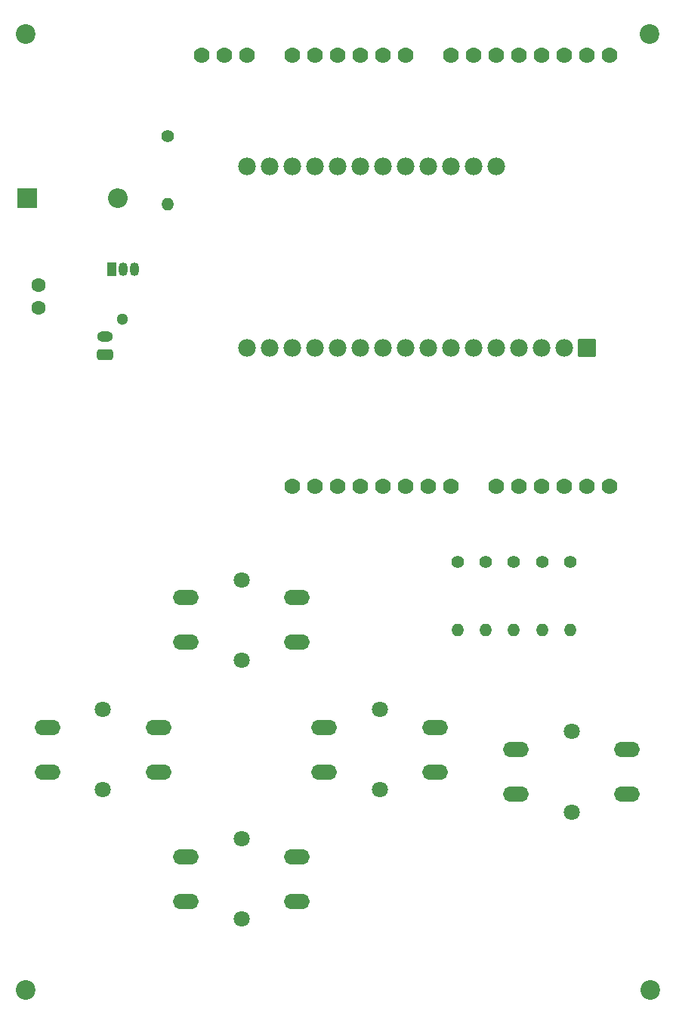
<source format=gbr>
%TF.GenerationSoftware,KiCad,Pcbnew,8.0.1*%
%TF.CreationDate,2024-04-26T19:06:38+02:00*%
%TF.ProjectId,teamagotchi,7465616d-6167-46f7-9463-68692e6b6963,rev?*%
%TF.SameCoordinates,Original*%
%TF.FileFunction,Soldermask,Top*%
%TF.FilePolarity,Negative*%
%FSLAX46Y46*%
G04 Gerber Fmt 4.6, Leading zero omitted, Abs format (unit mm)*
G04 Created by KiCad (PCBNEW 8.0.1) date 2024-04-26 19:06:38*
%MOMM*%
%LPD*%
G01*
G04 APERTURE LIST*
G04 Aperture macros list*
%AMRoundRect*
0 Rectangle with rounded corners*
0 $1 Rounding radius*
0 $2 $3 $4 $5 $6 $7 $8 $9 X,Y pos of 4 corners*
0 Add a 4 corners polygon primitive as box body*
4,1,4,$2,$3,$4,$5,$6,$7,$8,$9,$2,$3,0*
0 Add four circle primitives for the rounded corners*
1,1,$1+$1,$2,$3*
1,1,$1+$1,$4,$5*
1,1,$1+$1,$6,$7*
1,1,$1+$1,$8,$9*
0 Add four rect primitives between the rounded corners*
20,1,$1+$1,$2,$3,$4,$5,0*
20,1,$1+$1,$4,$5,$6,$7,0*
20,1,$1+$1,$6,$7,$8,$9,0*
20,1,$1+$1,$8,$9,$2,$3,0*%
G04 Aperture macros list end*
%ADD10C,2.200000*%
%ADD11C,1.400000*%
%ADD12O,1.400000X1.400000*%
%ADD13C,1.800000*%
%ADD14O,2.900000X1.700000*%
%ADD15C,1.778000*%
%ADD16R,2.200000X2.200000*%
%ADD17O,2.200000X2.200000*%
%ADD18R,1.050000X1.500000*%
%ADD19O,1.050000X1.500000*%
%ADD20RoundRect,0.102000X0.889000X-0.889000X0.889000X0.889000X-0.889000X0.889000X-0.889000X-0.889000X0*%
%ADD21C,1.982000*%
%ADD22C,1.300000*%
%ADD23RoundRect,0.250000X0.650000X-0.350000X0.650000X0.350000X-0.650000X0.350000X-0.650000X-0.350000X0*%
%ADD24O,1.800000X1.200000*%
%ADD25C,1.600000*%
G04 APERTURE END LIST*
D10*
%TO.C,*%
X182360000Y-49206000D03*
%TD*%
%TO.C,*%
X112460000Y-156206000D03*
%TD*%
D11*
%TO.C,R4*%
X164010000Y-108316000D03*
D12*
X164010000Y-115936000D03*
%TD*%
D11*
%TO.C,R3*%
X167160000Y-108316000D03*
D12*
X167160000Y-115936000D03*
%TD*%
D13*
%TO.C,SW5*%
X136610000Y-139306000D03*
X136610000Y-148306000D03*
D14*
X130360000Y-141306000D03*
X142860000Y-141306000D03*
X130360000Y-146306000D03*
X142860000Y-146306000D03*
%TD*%
D10*
%TO.C,REF\u002A\u002A*%
X112460000Y-156206000D03*
%TD*%
D13*
%TO.C,SW3*%
X152110000Y-124806000D03*
X152110000Y-133806000D03*
D14*
X145860000Y-126806000D03*
X158360000Y-126806000D03*
X145860000Y-131806000D03*
X158360000Y-131806000D03*
%TD*%
D13*
%TO.C,SW2*%
X136610000Y-110306000D03*
X136610000Y-119306000D03*
D14*
X130360000Y-112306000D03*
X142860000Y-112306000D03*
X130360000Y-117306000D03*
X142860000Y-117306000D03*
%TD*%
D13*
%TO.C,SW1*%
X173610000Y-127306000D03*
X173610000Y-136306000D03*
D14*
X167360000Y-129306000D03*
X179860000Y-129306000D03*
X167360000Y-134306000D03*
X179860000Y-134306000D03*
%TD*%
D13*
%TO.C,SW4*%
X121110000Y-124806000D03*
X121110000Y-133806000D03*
D14*
X114860000Y-126806000D03*
X127360000Y-126806000D03*
X114860000Y-131806000D03*
X127360000Y-131806000D03*
%TD*%
D10*
%TO.C,*%
X182460000Y-156206000D03*
%TD*%
D15*
%TO.C,TFT1*%
X142320000Y-99866000D03*
X149940000Y-99866000D03*
X177880000Y-51606000D03*
X175340000Y-51606000D03*
X172800000Y-51606000D03*
X170260000Y-51606000D03*
X167720000Y-51606000D03*
X165180000Y-51606000D03*
X162640000Y-51606000D03*
X160100000Y-51606000D03*
X155020000Y-51606000D03*
X152480000Y-51606000D03*
X149940000Y-51606000D03*
X147400000Y-51606000D03*
X144860000Y-51606000D03*
X142320000Y-51606000D03*
X137240000Y-51606000D03*
X134700000Y-51606000D03*
X132160000Y-51606000D03*
X160100000Y-99866000D03*
X165180000Y-99866000D03*
X167720000Y-99866000D03*
X170260000Y-99866000D03*
X172800000Y-99866000D03*
X175340000Y-99866000D03*
X177880000Y-99866000D03*
X157560000Y-99866000D03*
X155020000Y-99866000D03*
X147400000Y-99866000D03*
X144860000Y-99866000D03*
X152480000Y-99866000D03*
%TD*%
D10*
%TO.C,REF\u002A\u002A*%
X182460000Y-156206000D03*
%TD*%
D11*
%TO.C,R2*%
X170310000Y-108316000D03*
D12*
X170310000Y-115936000D03*
%TD*%
D10*
%TO.C,REF\u002A\u002A*%
X112460000Y-49206000D03*
%TD*%
%TO.C,REF\u002A\u002A*%
X182360000Y-49206000D03*
%TD*%
D11*
%TO.C,R1*%
X173460000Y-108316000D03*
D12*
X173460000Y-115936000D03*
%TD*%
D11*
%TO.C,R5*%
X160860000Y-108316000D03*
D12*
X160860000Y-115936000D03*
%TD*%
D16*
%TO.C,D1*%
X112580000Y-67606000D03*
D17*
X122740000Y-67606000D03*
%TD*%
D18*
%TO.C,Q1*%
X122090000Y-75546000D03*
D19*
X123360000Y-75546000D03*
X124630000Y-75546000D03*
%TD*%
D20*
%TO.C,U1*%
X175300000Y-84326000D03*
D21*
X172760000Y-84326000D03*
X170220000Y-84326000D03*
X167680000Y-84326000D03*
X165140000Y-84326000D03*
X162600000Y-84326000D03*
X160060000Y-84326000D03*
X157520000Y-84326000D03*
X154980000Y-84326000D03*
X152440000Y-84326000D03*
X149900000Y-84326000D03*
X147360000Y-84326000D03*
X144820000Y-84326000D03*
X142280000Y-84326000D03*
X139740000Y-84326000D03*
X137200000Y-84326000D03*
X137200000Y-64006000D03*
X139740000Y-64006000D03*
X142280000Y-64006000D03*
X144820000Y-64006000D03*
X147360000Y-64006000D03*
X149900000Y-64006000D03*
X152440000Y-64006000D03*
X154980000Y-64006000D03*
X157520000Y-64006000D03*
X160060000Y-64006000D03*
X162600000Y-64006000D03*
X165140000Y-64006000D03*
%TD*%
D22*
%TO.C,M1*%
X123260000Y-81106000D03*
D23*
X121360000Y-85106000D03*
D24*
X121360000Y-83106000D03*
%TD*%
D11*
%TO.C,R6*%
X128360000Y-60596000D03*
D12*
X128360000Y-68216000D03*
%TD*%
D25*
%TO.C,C1*%
X113860000Y-79856000D03*
X113860000Y-77356000D03*
%TD*%
M02*

</source>
